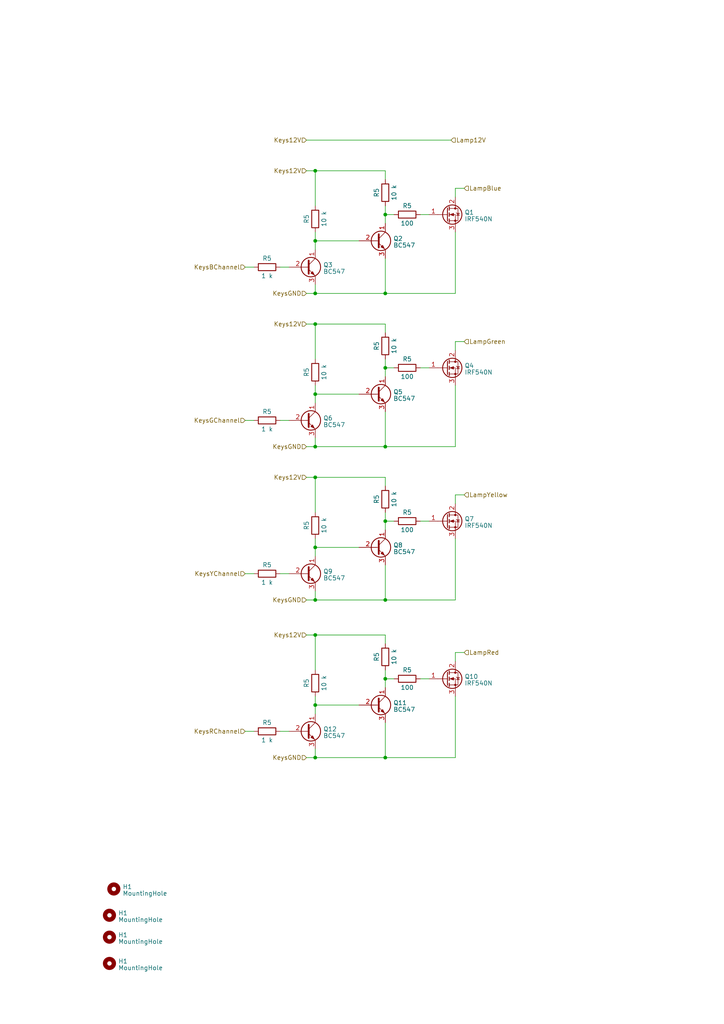
<source format=kicad_sch>
(kicad_sch (version 20230121) (generator eeschema)
  (paper "A4" portrait)
  (lib_symbols
    (symbol "Device:R" (pin_numbers hide) (pin_names (offset 0))
      (property "Reference" "R" (at 2.032 0 90))
      (property "Value" "R" (at 0 0 90))
      (symbol "R_0_1"
        (rectangle (start -1.016 -2.54) (end 1.016 2.54) (stroke (width 0.254)))
      )
      (symbol "R_1_1"
        (pin passive line (at 0 3.81 270) (length 1.27) (name "~") (number "1"))
        (pin passive line (at 0 -3.81 90) (length 1.27) (name "~") (number "2"))
      )
    )
    (symbol "Mechanical:MountingHole" (pin_names (offset 1.016))
      (property "Reference" "H" (at 0 5.08 0))
      (property "Value" "MountingHole" (at 0 3.175 0))
      (symbol "MountingHole_0_1"
        (circle (center 0 0) (radius 1.27) (stroke (width 1.27)))
      )
    )
    (symbol "Transistor_BJT:BC547" (pin_names (offset 0) hide)
      (property "Reference" "Q" (at 5.08 1.905 0))
      (property "Value" "BC547" (at 5.08 0 0))
      (symbol "BC547_0_1"
        (polyline (pts (xy 0 0) (xy 0.635 0)))
        (polyline (pts (xy 0.635 0.635) (xy 2.54 2.54)))
        (polyline (pts (xy 0.635 -0.635) (xy 2.54 -2.54) (xy 2.54 -2.54)))
        (polyline (pts (xy 0.635 1.905) (xy 0.635 -1.905) (xy 0.635 -1.905)) (stroke (width 0.508)))
        (polyline (pts (xy 1.27 -1.778) (xy 1.778 -1.27) (xy 2.286 -2.286) (xy 1.27 -1.778) (xy 1.27 -1.778)) (fill (type outline)))
        (circle (center 1.27 0) (radius 2.8194) (stroke (width 0.254)))
      )
      (symbol "BC547_1_1"
        (pin passive line (at 2.54 5.08 270) (length 2.54) (name "C") (number "1"))
        (pin input line (at -5.08 0 0) (length 5.08) (name "B") (number "2"))
        (pin passive line (at 2.54 -5.08 90) (length 2.54) (name "E") (number "3"))
      )
    )
    (symbol "Transistor_FET:IRF540N" (pin_names hide)
      (property "Reference" "Q" (at 6.35 1.905 0))
      (property "Value" "IRF540N" (at 6.35 0 0))
      (symbol "IRF540N_0_1"
        (polyline (pts (xy 0.254 0) (xy -2.54 0)))
        (polyline (pts (xy 0.254 1.905) (xy 0.254 -1.905)) (stroke (width 0.254)))
        (polyline (pts (xy 0.762 -1.27) (xy 0.762 -2.286)) (stroke (width 0.254)))
        (polyline (pts (xy 0.762 0.508) (xy 0.762 -0.508)) (stroke (width 0.254)))
        (polyline (pts (xy 0.762 2.286) (xy 0.762 1.27)) (stroke (width 0.254)))
        (polyline (pts (xy 2.54 2.54) (xy 2.54 1.778)))
        (polyline (pts (xy 2.54 -2.54) (xy 2.54 0) (xy 0.762 0)))
        (polyline (pts (xy 0.762 -1.778) (xy 3.302 -1.778) (xy 3.302 1.778) (xy 0.762 1.778)))
        (polyline (pts (xy 1.016 0) (xy 2.032 0.381) (xy 2.032 -0.381) (xy 1.016 0)) (fill (type outline)))
        (polyline (pts (xy 2.794 0.508) (xy 2.921 0.381) (xy 3.683 0.381) (xy 3.81 0.254)))
        (polyline (pts (xy 3.302 0.381) (xy 2.921 -0.254) (xy 3.683 -0.254) (xy 3.302 0.381)))
        (circle (center 1.651 0) (radius 2.794) (stroke (width 0.254)))
        (circle (center 2.54 -1.778) (radius 0.254) (fill (type outline)))
        (circle (center 2.54 1.778) (radius 0.254) (fill (type outline)))
      )
      (symbol "IRF540N_1_1"
        (pin input line (at -5.08 0 0) (length 2.54) (name "G") (number "1"))
        (pin passive line (at 2.54 5.08 270) (length 2.54) (name "D") (number "2"))
        (pin passive line (at 2.54 -5.08 90) (length 2.54) (name "S") (number "3"))
      )
    )
  )
  (junction (at 111.76 196.85))
  (junction (at 91.44 69.85))
  (junction (at 91.44 85.09))
  (junction (at 91.44 114.3))
  (junction (at 111.76 129.54))
  (junction (at 111.76 62.23))
  (junction (at 91.44 129.54))
  (junction (at 91.44 138.43))
  (junction (at 111.76 151.13))
  (junction (at 91.44 158.75))
  (junction (at 91.44 219.71))
  (junction (at 111.76 85.09))
  (junction (at 91.44 173.99))
  (junction (at 111.76 106.68))
  (junction (at 91.44 184.15))
  (junction (at 111.76 219.71))
  (junction (at 91.44 49.53))
  (junction (at 91.44 93.98))
  (junction (at 91.44 204.47))
  (junction (at 111.76 173.99))
  (wire (pts (xy 132.08 99.06) (xy 132.08 101.6)))
  (wire (pts (xy 71.12 77.47) (xy 73.66 77.47)))
  (wire (pts (xy 121.92 196.85) (xy 124.46 196.85)))
  (wire (pts (xy 132.08 85.09) (xy 111.76 85.09)))
  (wire (pts (xy 121.92 62.23) (xy 124.46 62.23)))
  (wire (pts (xy 91.44 156.21) (xy 91.44 158.75)))
  (wire (pts (xy 88.9 85.09) (xy 91.44 85.09)))
  (wire (pts (xy 88.9 93.98) (xy 91.44 93.98)))
  (wire (pts (xy 111.76 140.97) (xy 111.76 138.43)))
  (wire (pts (xy 91.44 114.3) (xy 91.44 116.84)))
  (wire (pts (xy 132.08 129.54) (xy 111.76 129.54)))
  (wire (pts (xy 91.44 67.31) (xy 91.44 69.85)))
  (wire (pts (xy 111.76 93.98) (xy 91.44 93.98)))
  (wire (pts (xy 81.28 212.09) (xy 83.82 212.09)))
  (wire (pts (xy 111.76 49.53) (xy 91.44 49.53)))
  (wire (pts (xy 111.76 85.09) (xy 91.44 85.09)))
  (wire (pts (xy 111.76 184.15) (xy 91.44 184.15)))
  (wire (pts (xy 132.08 67.31) (xy 132.08 85.09)))
  (wire (pts (xy 88.9 184.15) (xy 91.44 184.15)))
  (wire (pts (xy 111.76 52.07) (xy 111.76 49.53)))
  (wire (pts (xy 111.76 219.71) (xy 91.44 219.71)))
  (wire (pts (xy 111.76 186.69) (xy 111.76 184.15)))
  (wire (pts (xy 91.44 93.98) (xy 91.44 104.14)))
  (wire (pts (xy 91.44 173.99) (xy 91.44 171.45)))
  (wire (pts (xy 111.76 194.31) (xy 111.76 196.85)))
  (wire (pts (xy 132.08 111.76) (xy 132.08 129.54)))
  (wire (pts (xy 132.08 143.51) (xy 134.62 143.51)))
  (wire (pts (xy 88.9 129.54) (xy 91.44 129.54)))
  (wire (pts (xy 132.08 54.61) (xy 132.08 57.15)))
  (wire (pts (xy 111.76 151.13) (xy 114.3 151.13)))
  (wire (pts (xy 91.44 49.53) (xy 91.44 59.69)))
  (wire (pts (xy 91.44 204.47) (xy 91.44 207.01)))
  (wire (pts (xy 111.76 196.85) (xy 111.76 199.39)))
  (wire (pts (xy 91.44 158.75) (xy 91.44 161.29)))
  (wire (pts (xy 111.76 96.52) (xy 111.76 93.98)))
  (wire (pts (xy 71.12 166.37) (xy 73.66 166.37)))
  (wire (pts (xy 111.76 196.85) (xy 114.3 196.85)))
  (wire (pts (xy 111.76 74.93) (xy 111.76 85.09)))
  (wire (pts (xy 111.76 129.54) (xy 91.44 129.54)))
  (wire (pts (xy 81.28 77.47) (xy 83.82 77.47)))
  (wire (pts (xy 91.44 69.85) (xy 91.44 72.39)))
  (wire (pts (xy 132.08 156.21) (xy 132.08 173.99)))
  (wire (pts (xy 91.44 184.15) (xy 91.44 194.31)))
  (wire (pts (xy 91.44 129.54) (xy 91.44 127)))
  (wire (pts (xy 111.76 163.83) (xy 111.76 173.99)))
  (wire (pts (xy 132.08 173.99) (xy 111.76 173.99)))
  (wire (pts (xy 91.44 219.71) (xy 91.44 217.17)))
  (wire (pts (xy 121.92 151.13) (xy 124.46 151.13)))
  (wire (pts (xy 91.44 138.43) (xy 91.44 148.59)))
  (wire (pts (xy 91.44 111.76) (xy 91.44 114.3)))
  (wire (pts (xy 91.44 114.3) (xy 104.14 114.3)))
  (wire (pts (xy 91.44 201.93) (xy 91.44 204.47)))
  (wire (pts (xy 132.08 54.61) (xy 134.62 54.61)))
  (wire (pts (xy 111.76 173.99) (xy 91.44 173.99)))
  (wire (pts (xy 81.28 166.37) (xy 83.82 166.37)))
  (wire (pts (xy 111.76 62.23) (xy 114.3 62.23)))
  (wire (pts (xy 111.76 148.59) (xy 111.76 151.13)))
  (wire (pts (xy 88.9 49.53) (xy 91.44 49.53)))
  (wire (pts (xy 132.08 219.71) (xy 111.76 219.71)))
  (wire (pts (xy 91.44 69.85) (xy 104.14 69.85)))
  (wire (pts (xy 111.76 59.69) (xy 111.76 62.23)))
  (wire (pts (xy 132.08 189.23) (xy 132.08 191.77)))
  (wire (pts (xy 91.44 204.47) (xy 104.14 204.47)))
  (wire (pts (xy 111.76 209.55) (xy 111.76 219.71)))
  (wire (pts (xy 111.76 62.23) (xy 111.76 64.77)))
  (wire (pts (xy 111.76 104.14) (xy 111.76 106.68)))
  (wire (pts (xy 111.76 138.43) (xy 91.44 138.43)))
  (wire (pts (xy 91.44 85.09) (xy 91.44 82.55)))
  (wire (pts (xy 132.08 201.93) (xy 132.08 219.71)))
  (wire (pts (xy 111.76 106.68) (xy 114.3 106.68)))
  (wire (pts (xy 111.76 119.38) (xy 111.76 129.54)))
  (wire (pts (xy 134.62 99.06) (xy 132.08 99.06)))
  (wire (pts (xy 88.9 173.99) (xy 91.44 173.99)))
  (wire (pts (xy 111.76 106.68) (xy 111.76 109.22)))
  (wire (pts (xy 121.92 106.68) (xy 124.46 106.68)))
  (wire (pts (xy 88.9 138.43) (xy 91.44 138.43)))
  (wire (pts (xy 88.9 219.71) (xy 91.44 219.71)))
  (wire (pts (xy 134.62 189.23) (xy 132.08 189.23)))
  (wire (pts (xy 111.76 151.13) (xy 111.76 153.67)))
  (wire (pts (xy 91.44 158.75) (xy 104.14 158.75)))
  (wire (pts (xy 132.08 143.51) (xy 132.08 146.05)))
  (wire (pts (xy 71.12 121.92) (xy 73.66 121.92)))
  (wire (pts (xy 130.81 40.64) (xy 88.9 40.64)))
  (wire (pts (xy 71.12 212.09) (xy 73.66 212.09)))
  (wire (pts (xy 81.28 121.92) (xy 83.82 121.92)))
  (hierarchical_label "Keys12V" (shape input) (at 88.9 138.43 180))
  (hierarchical_label "Keys12V" (shape input) (at 88.9 184.15 180))
  (hierarchical_label "KeysBChannel" (shape input) (at 71.12 77.47 180))
  (hierarchical_label "Lamp12V" (shape input) (at 130.81 40.64 0))
  (hierarchical_label "KeysGND" (shape input) (at 88.9 219.71 180))
  (hierarchical_label "KeysGChannel" (shape input) (at 71.12 121.92 180))
  (hierarchical_label "LampYellow" (shape input) (at 134.62 143.51 0))
  (hierarchical_label "KeysYChannel" (shape input) (at 71.12 166.37 180))
  (hierarchical_label "KeysRChannel" (shape input) (at 71.12 212.09 180))
  (hierarchical_label "Keys12V" (shape input) (at 88.9 93.98 180))
  (hierarchical_label "LampBlue" (shape input) (at 134.62 54.61 0))
  (hierarchical_label "Keys12V" (shape input) (at 88.9 40.64 180))
  (hierarchical_label "KeysGND" (shape input) (at 88.9 173.99 180))
  (hierarchical_label "KeysGND" (shape input) (at 88.9 85.09 180))
  (hierarchical_label "LampRed" (shape input) (at 134.62 189.23 0))
  (hierarchical_label "LampGreen" (shape input) (at 134.62 99.06 0))
  (hierarchical_label "Keys12V" (shape input) (at 88.9 49.53 180))
  (hierarchical_label "KeysGND" (shape input) (at 88.9 129.54 180))
  (symbol (lib_id "Device:R") (at 77.47 77.47 270) (unit 1)
    (property "Reference" "R5" (at 77.47 74.93 90))
    (property "Value" "1 k" (at 77.47 80.01 90))
    (property "Footprint" "Resistor_SMD:R_0805_2012Metric_Pad1.20x1.40mm_HandSolder" (effects hide))
    (instances (project "v1" (path "" (reference "R5") (unit 1)) (path "" (reference "R3") (unit 1)) (path "" (reference "R29") (unit 1))))
  )
  (symbol (lib_id "Device:R") (at 91.44 198.12 0) (unit 1)
    (property "Reference" "R5" (at 88.9 198.12 90))
    (property "Value" "10 k" (at 93.98 198.12 90))
    (property "Footprint" "Resistor_SMD:R_0805_2012Metric_Pad1.20x1.40mm_HandSolder" (effects hide))
    (instances (project "v1" (path "" (reference "R5") (unit 1)) (path "" (reference "R3") (unit 1)) (path "" (reference "R42") (unit 1))))
  )
  (symbol (lib_id "Device:R") (at 91.44 63.5 0) (unit 1)
    (property "Reference" "R5" (at 88.9 63.5 90))
    (property "Value" "10 k" (at 93.98 63.5 90))
    (property "Footprint" "Resistor_SMD:R_0805_2012Metric_Pad1.20x1.40mm_HandSolder" (effects hide))
    (instances (project "v1" (path "" (reference "R5") (unit 1)) (path "" (reference "R3") (unit 1)) (path "" (reference "R28") (unit 1))))
  )
  (symbol (lib_id "Transistor_BJT:BC547") (at 88.9 166.37 0) (unit 1)
    (property "Reference" "Q9" (at 93.7514 165.7263 0) (effects (justify left)))
    (property "Value" "BC547" (at 93.7514 167.6473 0) (effects (justify left)))
    (property "Footprint" "Package_TO_SOT_THT:TO-92_Inline_Wide" (effects hide))
    (property "Datasheet" "https://www.onsemi.com/pub/Collateral/BC550-D.pdf" (effects hide))
  )
  (symbol (lib_id "Mechanical:MountingHole") (at 31.75 271.78 0) (unit 1)
    (property "Reference" "H1" (at 34.29 271.1363 0) (effects (justify left)))
    (property "Value" "MountingHole" (at 34.29 273.0573 0) (effects (justify left)))
    (property "Footprint" "MountingHole:MountingHole_3.2mm_M3" (effects hide))
    (instances (project "v1" (path "" (reference "H1") (unit 1)) (path "" (reference "H14") (unit 1))))
  )
  (symbol (lib_id "Transistor_FET:IRF540N") (at 129.54 106.68 0) (unit 1)
    (property "Reference" "Q4" (at 134.747 106.0363 0) (effects (justify left)))
    (property "Value" "IRF540N" (at 134.747 107.9573 0) (effects (justify left)))
    (property "Footprint" "Package_TO_SOT_THT:TO-220-3_Vertical" (effects hide))
    (property "Datasheet" "http://www.irf.com/product-info/datasheets/data/irf540n.pdf" (effects hide))
  )
  (symbol (lib_id "Transistor_BJT:BC547") (at 88.9 77.47 0) (unit 1)
    (property "Reference" "Q3" (at 93.7514 76.8263 0) (effects (justify left)))
    (property "Value" "BC547" (at 93.7514 78.7473 0) (effects (justify left)))
    (property "Footprint" "Package_TO_SOT_THT:TO-92_Inline_Wide" (effects hide))
    (property "Datasheet" "https://www.onsemi.com/pub/Collateral/BC550-D.pdf" (effects hide))
  )
  (symbol (lib_id "Transistor_BJT:BC547") (at 109.22 158.75 0) (unit 1)
    (property "Reference" "Q8" (at 114.0714 158.1063 0) (effects (justify left)))
    (property "Value" "BC547" (at 114.0714 160.0273 0) (effects (justify left)))
    (property "Footprint" "Package_TO_SOT_THT:TO-92_Inline_Wide" (effects hide))
    (property "Datasheet" "https://www.onsemi.com/pub/Collateral/BC550-D.pdf" (effects hide))
  )
  (symbol (lib_id "Device:R") (at 77.47 121.92 270) (unit 1)
    (property "Reference" "R5" (at 77.47 119.38 90))
    (property "Value" "1 k" (at 77.47 124.46 90))
    (property "Footprint" "Resistor_SMD:R_0805_2012Metric_Pad1.20x1.40mm_HandSolder" (effects hide))
    (instances (project "v1" (path "" (reference "R5") (unit 1)) (path "" (reference "R3") (unit 1)) (path "" (reference "R34") (unit 1))))
  )
  (symbol (lib_id "Transistor_BJT:BC547") (at 109.22 114.3 0) (unit 1)
    (property "Reference" "Q5" (at 114.0714 113.6563 0) (effects (justify left)))
    (property "Value" "BC547" (at 114.0714 115.5773 0) (effects (justify left)))
    (property "Footprint" "Package_TO_SOT_THT:TO-92_Inline_Wide" (effects hide))
    (property "Datasheet" "https://www.onsemi.com/pub/Collateral/BC550-D.pdf" (effects hide))
  )
  (symbol (lib_id "Device:R") (at 111.76 55.88 0) (unit 1)
    (property "Reference" "R5" (at 109.22 55.88 90))
    (property "Value" "10 k" (at 114.3 55.88 90))
    (property "Footprint" "Resistor_SMD:R_0805_2012Metric_Pad1.20x1.40mm_HandSolder" (effects hide))
    (instances (project "v1" (path "" (reference "R5") (unit 1)) (path "" (reference "R3") (unit 1)) (path "" (reference "R26") (unit 1))))
  )
  (symbol (lib_id "Transistor_FET:IRF540N") (at 129.54 196.85 0) (unit 1)
    (property "Reference" "Q10" (at 134.747 196.2063 0) (effects (justify left)))
    (property "Value" "IRF540N" (at 134.747 198.1273 0) (effects (justify left)))
    (property "Footprint" "Package_TO_SOT_THT:TO-220-3_Vertical" (effects hide))
    (property "Datasheet" "http://www.irf.com/product-info/datasheets/data/irf540n.pdf" (effects hide))
  )
  (symbol (lib_id "Mechanical:MountingHole") (at 31.75 265.43 0) (unit 1)
    (property "Reference" "H1" (at 34.29 264.7863 0) (effects (justify left)))
    (property "Value" "MountingHole" (at 34.29 266.7073 0) (effects (justify left)))
    (property "Footprint" "MountingHole:MountingHole_3.2mm_M3" (effects hide))
    (instances (project "v1" (path "" (reference "H1") (unit 1)) (path "" (reference "H13") (unit 1))))
  )
  (symbol (lib_id "Device:R") (at 118.11 62.23 270) (unit 1)
    (property "Reference" "R5" (at 118.11 59.69 90))
    (property "Value" "100" (at 118.11 64.77 90))
    (property "Footprint" "Resistor_SMD:R_0805_2012Metric_Pad1.20x1.40mm_HandSolder" (effects hide))
    (instances (project "v1" (path "" (reference "R5") (unit 1)) (path "" (reference "R3") (unit 1)) (path "" (reference "R27") (unit 1))))
  )
  (symbol (lib_id "Device:R") (at 91.44 107.95 0) (unit 1)
    (property "Reference" "R5" (at 88.9 107.95 90))
    (property "Value" "10 k" (at 93.98 107.95 90))
    (property "Footprint" "Resistor_SMD:R_0805_2012Metric_Pad1.20x1.40mm_HandSolder" (effects hide))
    (instances (project "v1" (path "" (reference "R5") (unit 1)) (path "" (reference "R3") (unit 1)) (path "" (reference "R32") (unit 1))))
  )
  (symbol (lib_id "Device:R") (at 118.11 196.85 270) (unit 1)
    (property "Reference" "R5" (at 118.11 194.31 90))
    (property "Value" "100" (at 118.11 199.39 90))
    (property "Footprint" "Resistor_SMD:R_0805_2012Metric_Pad1.20x1.40mm_HandSolder" (effects hide))
    (instances (project "v1" (path "" (reference "R5") (unit 1)) (path "" (reference "R3") (unit 1)) (path "" (reference "R41") (unit 1))))
  )
  (symbol (lib_id "Device:R") (at 77.47 166.37 270) (unit 1)
    (property "Reference" "R5" (at 77.47 163.83 90))
    (property "Value" "1 k" (at 77.47 168.91 90))
    (property "Footprint" "Resistor_SMD:R_0805_2012Metric_Pad1.20x1.40mm_HandSolder" (effects hide))
    (instances (project "v1" (path "" (reference "R5") (unit 1)) (path "" (reference "R3") (unit 1)) (path "" (reference "R39") (unit 1))))
  )
  (symbol (lib_id "Device:R") (at 111.76 144.78 0) (unit 1)
    (property "Reference" "R5" (at 109.22 144.78 90))
    (property "Value" "10 k" (at 114.3 144.78 90))
    (property "Footprint" "Resistor_SMD:R_0805_2012Metric_Pad1.20x1.40mm_HandSolder" (effects hide))
    (instances (project "v1" (path "" (reference "R5") (unit 1)) (path "" (reference "R3") (unit 1)) (path "" (reference "R35") (unit 1))))
  )
  (symbol (lib_id "Device:R") (at 111.76 190.5 0) (unit 1)
    (property "Reference" "R5" (at 109.22 190.5 90))
    (property "Value" "10 k" (at 114.3 190.5 90))
    (property "Footprint" "Resistor_SMD:R_0805_2012Metric_Pad1.20x1.40mm_HandSolder" (effects hide))
    (instances (project "v1" (path "" (reference "R5") (unit 1)) (path "" (reference "R3") (unit 1)) (path "" (reference "R40") (unit 1))))
  )
  (symbol (lib_id "Device:R") (at 91.44 152.4 0) (unit 1)
    (property "Reference" "R5" (at 88.9 152.4 90))
    (property "Value" "10 k" (at 93.98 152.4 90))
    (property "Footprint" "Resistor_SMD:R_0805_2012Metric_Pad1.20x1.40mm_HandSolder" (effects hide))
    (instances (project "v1" (path "" (reference "R5") (unit 1)) (path "" (reference "R3") (unit 1)) (path "" (reference "R37") (unit 1))))
  )
  (symbol (lib_id "Device:R") (at 111.76 100.33 0) (unit 1)
    (property "Reference" "R5" (at 109.22 100.33 90))
    (property "Value" "10 k" (at 114.3 100.33 90))
    (property "Footprint" "Resistor_SMD:R_0805_2012Metric_Pad1.20x1.40mm_HandSolder" (effects hide))
    (instances (project "v1" (path "" (reference "R5") (unit 1)) (path "" (reference "R3") (unit 1)) (path "" (reference "R30") (unit 1))))
  )
  (symbol (lib_id "Transistor_BJT:BC547") (at 88.9 121.92 0) (unit 1)
    (property "Reference" "Q6" (at 93.7514 121.2763 0) (effects (justify left)))
    (property "Value" "BC547" (at 93.7514 123.1973 0) (effects (justify left)))
    (property "Footprint" "Package_TO_SOT_THT:TO-92_Inline_Wide" (effects hide))
    (property "Datasheet" "https://www.onsemi.com/pub/Collateral/BC550-D.pdf" (effects hide))
  )
  (symbol (lib_id "Transistor_BJT:BC547") (at 88.9 212.09 0) (unit 1)
    (property "Reference" "Q12" (at 93.7514 211.4463 0) (effects (justify left)))
    (property "Value" "BC547" (at 93.7514 213.3673 0) (effects (justify left)))
    (property "Footprint" "Package_TO_SOT_THT:TO-92_Inline_Wide" (effects hide))
    (property "Datasheet" "https://www.onsemi.com/pub/Collateral/BC550-D.pdf" (effects hide))
  )
  (symbol (lib_id "Mechanical:MountingHole") (at 31.75 279.4 0) (unit 1)
    (property "Reference" "H1" (at 34.29 278.7563 0) (effects (justify left)))
    (property "Value" "MountingHole" (at 34.29 280.6773 0) (effects (justify left)))
    (property "Footprint" "MountingHole:MountingHole_3.2mm_M3" (effects hide))
    (instances (project "v1" (path "" (reference "H1") (unit 1)) (path "" (reference "H15") (unit 1))))
  )
  (symbol (lib_id "Mechanical:MountingHole") (at 33.02 257.81 0) (unit 1)
    (property "Reference" "H1" (at 35.56 257.1663 0) (effects (justify left)))
    (property "Value" "MountingHole" (at 35.56 259.0873 0) (effects (justify left)))
    (property "Footprint" "MountingHole:MountingHole_3.2mm_M3" (effects hide))
    (instances (project "v1" (path "" (reference "H1") (unit 1)) (path "" (reference "H16") (unit 1))))
  )
  (symbol (lib_id "Transistor_BJT:BC547") (at 109.22 204.47 0) (unit 1)
    (property "Reference" "Q11" (at 114.0714 203.8263 0) (effects (justify left)))
    (property "Value" "BC547" (at 114.0714 205.7473 0) (effects (justify left)))
    (property "Footprint" "Package_TO_SOT_THT:TO-92_Inline_Wide" (effects hide))
    (property "Datasheet" "https://www.onsemi.com/pub/Collateral/BC550-D.pdf" (effects hide))
  )
  (symbol (lib_id "Transistor_BJT:BC547") (at 109.22 69.85 0) (unit 1)
    (property "Reference" "Q2" (at 114.0714 69.2063 0) (effects (justify left)))
    (property "Value" "BC547" (at 114.0714 71.1273 0) (effects (justify left)))
    (property "Footprint" "Package_TO_SOT_THT:TO-92_Inline_Wide" (effects hide))
    (property "Datasheet" "https://www.onsemi.com/pub/Collateral/BC550-D.pdf" (effects hide))
  )
  (symbol (lib_id "Device:R") (at 77.47 212.09 270) (unit 1)
    (property "Reference" "R5" (at 77.47 209.55 90))
    (property "Value" "1 k" (at 77.47 214.63 90))
    (property "Footprint" "Resistor_SMD:R_0805_2012Metric_Pad1.20x1.40mm_HandSolder" (effects hide))
    (instances (project "v1" (path "" (reference "R5") (unit 1)) (path "" (reference "R3") (unit 1)) (path "" (reference "R44") (unit 1))))
  )
  (symbol (lib_id "Transistor_FET:IRF540N") (at 129.54 62.23 0) (unit 1)
    (property "Reference" "Q1" (at 134.747 61.5863 0) (effects (justify left)))
    (property "Value" "IRF540N" (at 134.747 63.5073 0) (effects (justify left)))
    (property "Footprint" "Package_TO_SOT_THT:TO-220-3_Vertical" (effects hide))
    (property "Datasheet" "http://www.irf.com/product-info/datasheets/data/irf540n.pdf" (effects hide))
  )
  (symbol (lib_id "Device:R") (at 118.11 151.13 270) (unit 1)
    (property "Reference" "R5" (at 118.11 148.59 90))
    (property "Value" "100" (at 118.11 153.67 90))
    (property "Footprint" "Resistor_SMD:R_0805_2012Metric_Pad1.20x1.40mm_HandSolder" (effects hide))
    (instances (project "v1" (path "" (reference "R5") (unit 1)) (path "" (reference "R3") (unit 1)) (path "" (reference "R36") (unit 1))))
  )
  (symbol (lib_id "Device:R") (at 118.11 106.68 270) (unit 1)
    (property "Reference" "R5" (at 118.11 104.14 90))
    (property "Value" "100" (at 118.11 109.22 90))
    (property "Footprint" "Resistor_SMD:R_0805_2012Metric_Pad1.20x1.40mm_HandSolder" (effects hide))
    (instances (project "v1" (path "" (reference "R5") (unit 1)) (path "" (reference "R3") (unit 1)) (path "" (reference "R31") (unit 1))))
  )
  (symbol (lib_id "Transistor_FET:IRF540N") (at 129.54 151.13 0) (unit 1)
    (property "Reference" "Q7" (at 134.747 150.4863 0) (effects (justify left)))
    (property "Value" "IRF540N" (at 134.747 152.4073 0) (effects (justify left)))
    (property "Footprint" "Package_TO_SOT_THT:TO-220-3_Vertical" (effects hide))
    (property "Datasheet" "http://www.irf.com/product-info/datasheets/data/irf540n.pdf" (effects hide))
  )
)
</source>
